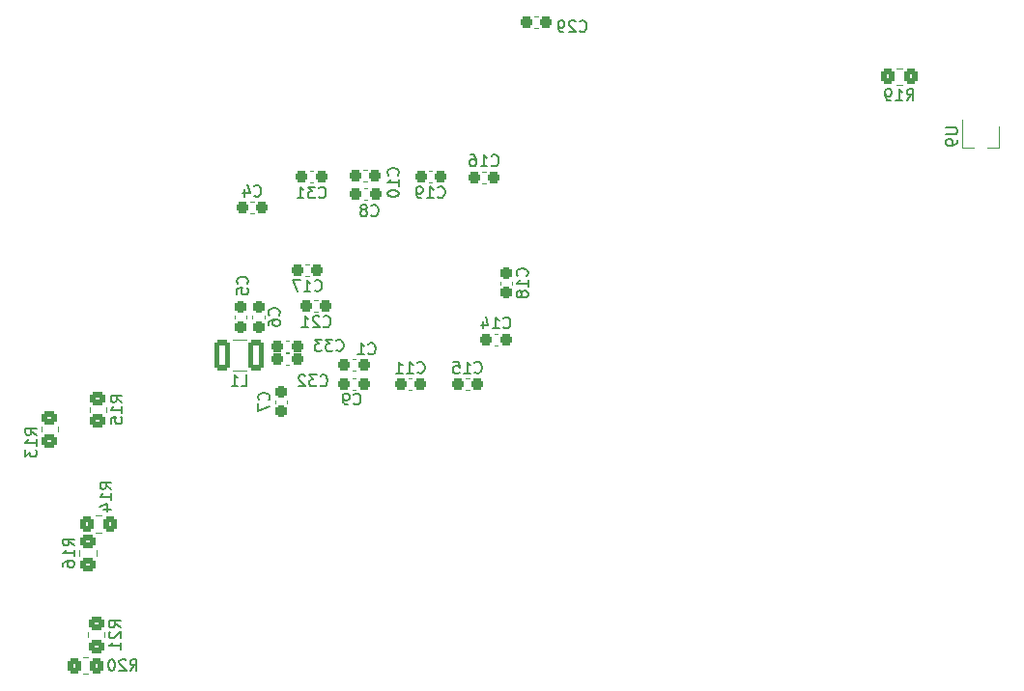
<source format=gbo>
G04 #@! TF.GenerationSoftware,KiCad,Pcbnew,(6.0.5)*
G04 #@! TF.CreationDate,2023-02-13T01:00:26-07:00*
G04 #@! TF.ProjectId,EVCU,45564355-2e6b-4696-9361-645f70636258,rev?*
G04 #@! TF.SameCoordinates,Original*
G04 #@! TF.FileFunction,Legend,Bot*
G04 #@! TF.FilePolarity,Positive*
%FSLAX46Y46*%
G04 Gerber Fmt 4.6, Leading zero omitted, Abs format (unit mm)*
G04 Created by KiCad (PCBNEW (6.0.5)) date 2023-02-13 01:00:26*
%MOMM*%
%LPD*%
G01*
G04 APERTURE LIST*
G04 Aperture macros list*
%AMRoundRect*
0 Rectangle with rounded corners*
0 $1 Rounding radius*
0 $2 $3 $4 $5 $6 $7 $8 $9 X,Y pos of 4 corners*
0 Add a 4 corners polygon primitive as box body*
4,1,4,$2,$3,$4,$5,$6,$7,$8,$9,$2,$3,0*
0 Add four circle primitives for the rounded corners*
1,1,$1+$1,$2,$3*
1,1,$1+$1,$4,$5*
1,1,$1+$1,$6,$7*
1,1,$1+$1,$8,$9*
0 Add four rect primitives between the rounded corners*
20,1,$1+$1,$2,$3,$4,$5,0*
20,1,$1+$1,$4,$5,$6,$7,0*
20,1,$1+$1,$6,$7,$8,$9,0*
20,1,$1+$1,$8,$9,$2,$3,0*%
G04 Aperture macros list end*
%ADD10C,0.150000*%
%ADD11C,0.120000*%
%ADD12C,4.000000*%
%ADD13R,2.400000X2.400000*%
%ADD14C,2.400000*%
%ADD15C,2.235200*%
%ADD16R,1.700000X1.700000*%
%ADD17O,1.700000X1.700000*%
%ADD18R,1.600000X1.600000*%
%ADD19C,1.600000*%
%ADD20RoundRect,0.237500X-0.300000X-0.237500X0.300000X-0.237500X0.300000X0.237500X-0.300000X0.237500X0*%
%ADD21RoundRect,0.250001X-0.462499X-1.074999X0.462499X-1.074999X0.462499X1.074999X-0.462499X1.074999X0*%
%ADD22RoundRect,0.237500X0.237500X-0.300000X0.237500X0.300000X-0.237500X0.300000X-0.237500X-0.300000X0*%
%ADD23RoundRect,0.237500X0.300000X0.237500X-0.300000X0.237500X-0.300000X-0.237500X0.300000X-0.237500X0*%
%ADD24RoundRect,0.250000X0.450000X-0.350000X0.450000X0.350000X-0.450000X0.350000X-0.450000X-0.350000X0*%
%ADD25RoundRect,0.250000X-0.450000X0.350000X-0.450000X-0.350000X0.450000X-0.350000X0.450000X0.350000X0*%
%ADD26RoundRect,0.250000X-0.350000X-0.450000X0.350000X-0.450000X0.350000X0.450000X-0.350000X0.450000X0*%
%ADD27RoundRect,0.237500X-0.237500X0.300000X-0.237500X-0.300000X0.237500X-0.300000X0.237500X0.300000X0*%
%ADD28R,0.800000X0.900000*%
%ADD29RoundRect,0.250000X0.350000X0.450000X-0.350000X0.450000X-0.350000X-0.450000X0.350000X-0.450000X0*%
G04 APERTURE END LIST*
D10*
X60459857Y-51748942D02*
X60507476Y-51796561D01*
X60650333Y-51844180D01*
X60745571Y-51844180D01*
X60888428Y-51796561D01*
X60983666Y-51701323D01*
X61031285Y-51606085D01*
X61078904Y-51415609D01*
X61078904Y-51272752D01*
X61031285Y-51082276D01*
X60983666Y-50987038D01*
X60888428Y-50891800D01*
X60745571Y-50844180D01*
X60650333Y-50844180D01*
X60507476Y-50891800D01*
X60459857Y-50939419D01*
X59507476Y-51844180D02*
X60078904Y-51844180D01*
X59793190Y-51844180D02*
X59793190Y-50844180D01*
X59888428Y-50987038D01*
X59983666Y-51082276D01*
X60078904Y-51129895D01*
X59031285Y-51844180D02*
X58840809Y-51844180D01*
X58745571Y-51796561D01*
X58697952Y-51748942D01*
X58602714Y-51606085D01*
X58555095Y-51415609D01*
X58555095Y-51034657D01*
X58602714Y-50939419D01*
X58650333Y-50891800D01*
X58745571Y-50844180D01*
X58936047Y-50844180D01*
X59031285Y-50891800D01*
X59078904Y-50939419D01*
X59126523Y-51034657D01*
X59126523Y-51272752D01*
X59078904Y-51367990D01*
X59031285Y-51415609D01*
X58936047Y-51463228D01*
X58745571Y-51463228D01*
X58650333Y-51415609D01*
X58602714Y-51367990D01*
X58555095Y-51272752D01*
X43219666Y-68340580D02*
X43695857Y-68340580D01*
X43695857Y-67340580D01*
X42362523Y-68340580D02*
X42933952Y-68340580D01*
X42648238Y-68340580D02*
X42648238Y-67340580D01*
X42743476Y-67483438D01*
X42838714Y-67578676D01*
X42933952Y-67626295D01*
X68258942Y-58666142D02*
X68306561Y-58618523D01*
X68354180Y-58475666D01*
X68354180Y-58380428D01*
X68306561Y-58237571D01*
X68211323Y-58142333D01*
X68116085Y-58094714D01*
X67925609Y-58047095D01*
X67782752Y-58047095D01*
X67592276Y-58094714D01*
X67497038Y-58142333D01*
X67401800Y-58237571D01*
X67354180Y-58380428D01*
X67354180Y-58475666D01*
X67401800Y-58618523D01*
X67449419Y-58666142D01*
X68354180Y-59618523D02*
X68354180Y-59047095D01*
X68354180Y-59332809D02*
X67354180Y-59332809D01*
X67497038Y-59237571D01*
X67592276Y-59142333D01*
X67639895Y-59047095D01*
X67782752Y-60189952D02*
X67735133Y-60094714D01*
X67687514Y-60047095D01*
X67592276Y-59999476D01*
X67544657Y-59999476D01*
X67449419Y-60047095D01*
X67401800Y-60094714D01*
X67354180Y-60189952D01*
X67354180Y-60380428D01*
X67401800Y-60475666D01*
X67449419Y-60523285D01*
X67544657Y-60570904D01*
X67592276Y-60570904D01*
X67687514Y-60523285D01*
X67735133Y-60475666D01*
X67782752Y-60380428D01*
X67782752Y-60189952D01*
X67830371Y-60094714D01*
X67877990Y-60047095D01*
X67973228Y-59999476D01*
X68163704Y-59999476D01*
X68258942Y-60047095D01*
X68306561Y-60094714D01*
X68354180Y-60189952D01*
X68354180Y-60380428D01*
X68306561Y-60475666D01*
X68258942Y-60523285D01*
X68163704Y-60570904D01*
X67973228Y-60570904D01*
X67877990Y-60523285D01*
X67830371Y-60475666D01*
X67782752Y-60380428D01*
X50020457Y-51774342D02*
X50068076Y-51821961D01*
X50210933Y-51869580D01*
X50306171Y-51869580D01*
X50449028Y-51821961D01*
X50544266Y-51726723D01*
X50591885Y-51631485D01*
X50639504Y-51441009D01*
X50639504Y-51298152D01*
X50591885Y-51107676D01*
X50544266Y-51012438D01*
X50449028Y-50917200D01*
X50306171Y-50869580D01*
X50210933Y-50869580D01*
X50068076Y-50917200D01*
X50020457Y-50964819D01*
X49687123Y-50869580D02*
X49068076Y-50869580D01*
X49401409Y-51250533D01*
X49258552Y-51250533D01*
X49163314Y-51298152D01*
X49115695Y-51345771D01*
X49068076Y-51441009D01*
X49068076Y-51679104D01*
X49115695Y-51774342D01*
X49163314Y-51821961D01*
X49258552Y-51869580D01*
X49544266Y-51869580D01*
X49639504Y-51821961D01*
X49687123Y-51774342D01*
X48115695Y-51869580D02*
X48687123Y-51869580D01*
X48401409Y-51869580D02*
X48401409Y-50869580D01*
X48496647Y-51012438D01*
X48591885Y-51107676D01*
X48687123Y-51155295D01*
X54624266Y-53366942D02*
X54671885Y-53414561D01*
X54814742Y-53462180D01*
X54909980Y-53462180D01*
X55052838Y-53414561D01*
X55148076Y-53319323D01*
X55195695Y-53224085D01*
X55243314Y-53033609D01*
X55243314Y-52890752D01*
X55195695Y-52700276D01*
X55148076Y-52605038D01*
X55052838Y-52509800D01*
X54909980Y-52462180D01*
X54814742Y-52462180D01*
X54671885Y-52509800D01*
X54624266Y-52557419D01*
X54052838Y-52890752D02*
X54148076Y-52843133D01*
X54195695Y-52795514D01*
X54243314Y-52700276D01*
X54243314Y-52652657D01*
X54195695Y-52557419D01*
X54148076Y-52509800D01*
X54052838Y-52462180D01*
X53862361Y-52462180D01*
X53767123Y-52509800D01*
X53719504Y-52557419D01*
X53671885Y-52652657D01*
X53671885Y-52700276D01*
X53719504Y-52795514D01*
X53767123Y-52843133D01*
X53862361Y-52890752D01*
X54052838Y-52890752D01*
X54148076Y-52938371D01*
X54195695Y-52985990D01*
X54243314Y-53081228D01*
X54243314Y-53271704D01*
X54195695Y-53366942D01*
X54148076Y-53414561D01*
X54052838Y-53462180D01*
X53862361Y-53462180D01*
X53767123Y-53414561D01*
X53719504Y-53366942D01*
X53671885Y-53271704D01*
X53671885Y-53081228D01*
X53719504Y-52985990D01*
X53767123Y-52938371D01*
X53862361Y-52890752D01*
X63685657Y-67126142D02*
X63733276Y-67173761D01*
X63876133Y-67221380D01*
X63971371Y-67221380D01*
X64114228Y-67173761D01*
X64209466Y-67078523D01*
X64257085Y-66983285D01*
X64304704Y-66792809D01*
X64304704Y-66649952D01*
X64257085Y-66459476D01*
X64209466Y-66364238D01*
X64114228Y-66269000D01*
X63971371Y-66221380D01*
X63876133Y-66221380D01*
X63733276Y-66269000D01*
X63685657Y-66316619D01*
X62733276Y-67221380D02*
X63304704Y-67221380D01*
X63018990Y-67221380D02*
X63018990Y-66221380D01*
X63114228Y-66364238D01*
X63209466Y-66459476D01*
X63304704Y-66507095D01*
X61828514Y-66221380D02*
X62304704Y-66221380D01*
X62352323Y-66697571D01*
X62304704Y-66649952D01*
X62209466Y-66602333D01*
X61971371Y-66602333D01*
X61876133Y-66649952D01*
X61828514Y-66697571D01*
X61780895Y-66792809D01*
X61780895Y-67030904D01*
X61828514Y-67126142D01*
X61876133Y-67173761D01*
X61971371Y-67221380D01*
X62209466Y-67221380D01*
X62304704Y-67173761D01*
X62352323Y-67126142D01*
X32776180Y-69765942D02*
X32299990Y-69432609D01*
X32776180Y-69194514D02*
X31776180Y-69194514D01*
X31776180Y-69575466D01*
X31823800Y-69670704D01*
X31871419Y-69718323D01*
X31966657Y-69765942D01*
X32109514Y-69765942D01*
X32204752Y-69718323D01*
X32252371Y-69670704D01*
X32299990Y-69575466D01*
X32299990Y-69194514D01*
X32776180Y-70718323D02*
X32776180Y-70146895D01*
X32776180Y-70432609D02*
X31776180Y-70432609D01*
X31919038Y-70337371D01*
X32014276Y-70242133D01*
X32061895Y-70146895D01*
X31776180Y-71623085D02*
X31776180Y-71146895D01*
X32252371Y-71099276D01*
X32204752Y-71146895D01*
X32157133Y-71242133D01*
X32157133Y-71480228D01*
X32204752Y-71575466D01*
X32252371Y-71623085D01*
X32347609Y-71670704D01*
X32585704Y-71670704D01*
X32680942Y-71623085D01*
X32728561Y-71575466D01*
X32776180Y-71480228D01*
X32776180Y-71242133D01*
X32728561Y-71146895D01*
X32680942Y-71099276D01*
X53074866Y-69902342D02*
X53122485Y-69949961D01*
X53265342Y-69997580D01*
X53360580Y-69997580D01*
X53503438Y-69949961D01*
X53598676Y-69854723D01*
X53646295Y-69759485D01*
X53693914Y-69569009D01*
X53693914Y-69426152D01*
X53646295Y-69235676D01*
X53598676Y-69140438D01*
X53503438Y-69045200D01*
X53360580Y-68997580D01*
X53265342Y-68997580D01*
X53122485Y-69045200D01*
X53074866Y-69092819D01*
X52598676Y-69997580D02*
X52408200Y-69997580D01*
X52312961Y-69949961D01*
X52265342Y-69902342D01*
X52170104Y-69759485D01*
X52122485Y-69569009D01*
X52122485Y-69188057D01*
X52170104Y-69092819D01*
X52217723Y-69045200D01*
X52312961Y-68997580D01*
X52503438Y-68997580D01*
X52598676Y-69045200D01*
X52646295Y-69092819D01*
X52693914Y-69188057D01*
X52693914Y-69426152D01*
X52646295Y-69521390D01*
X52598676Y-69569009D01*
X52503438Y-69616628D01*
X52312961Y-69616628D01*
X52217723Y-69569009D01*
X52170104Y-69521390D01*
X52122485Y-69426152D01*
X28587180Y-82338942D02*
X28110990Y-82005609D01*
X28587180Y-81767514D02*
X27587180Y-81767514D01*
X27587180Y-82148466D01*
X27634800Y-82243704D01*
X27682419Y-82291323D01*
X27777657Y-82338942D01*
X27920514Y-82338942D01*
X28015752Y-82291323D01*
X28063371Y-82243704D01*
X28110990Y-82148466D01*
X28110990Y-81767514D01*
X28587180Y-83291323D02*
X28587180Y-82719895D01*
X28587180Y-83005609D02*
X27587180Y-83005609D01*
X27730038Y-82910371D01*
X27825276Y-82815133D01*
X27872895Y-82719895D01*
X27587180Y-84148466D02*
X27587180Y-83957990D01*
X27634800Y-83862752D01*
X27682419Y-83815133D01*
X27825276Y-83719895D01*
X28015752Y-83672276D01*
X28396704Y-83672276D01*
X28491942Y-83719895D01*
X28539561Y-83767514D01*
X28587180Y-83862752D01*
X28587180Y-84053228D01*
X28539561Y-84148466D01*
X28491942Y-84196085D01*
X28396704Y-84243704D01*
X28158609Y-84243704D01*
X28063371Y-84196085D01*
X28015752Y-84148466D01*
X27968133Y-84053228D01*
X27968133Y-83862752D01*
X28015752Y-83767514D01*
X28063371Y-83719895D01*
X28158609Y-83672276D01*
X54370266Y-65482742D02*
X54417885Y-65530361D01*
X54560742Y-65577980D01*
X54655980Y-65577980D01*
X54798838Y-65530361D01*
X54894076Y-65435123D01*
X54941695Y-65339885D01*
X54989314Y-65149409D01*
X54989314Y-65006552D01*
X54941695Y-64816076D01*
X54894076Y-64720838D01*
X54798838Y-64625600D01*
X54655980Y-64577980D01*
X54560742Y-64577980D01*
X54417885Y-64625600D01*
X54370266Y-64673219D01*
X53417885Y-65577980D02*
X53989314Y-65577980D01*
X53703600Y-65577980D02*
X53703600Y-64577980D01*
X53798838Y-64720838D01*
X53894076Y-64816076D01*
X53989314Y-64863695D01*
X58681857Y-67126142D02*
X58729476Y-67173761D01*
X58872333Y-67221380D01*
X58967571Y-67221380D01*
X59110428Y-67173761D01*
X59205666Y-67078523D01*
X59253285Y-66983285D01*
X59300904Y-66792809D01*
X59300904Y-66649952D01*
X59253285Y-66459476D01*
X59205666Y-66364238D01*
X59110428Y-66269000D01*
X58967571Y-66221380D01*
X58872333Y-66221380D01*
X58729476Y-66269000D01*
X58681857Y-66316619D01*
X57729476Y-67221380D02*
X58300904Y-67221380D01*
X58015190Y-67221380D02*
X58015190Y-66221380D01*
X58110428Y-66364238D01*
X58205666Y-66459476D01*
X58300904Y-66507095D01*
X56777095Y-67221380D02*
X57348523Y-67221380D01*
X57062809Y-67221380D02*
X57062809Y-66221380D01*
X57158047Y-66364238D01*
X57253285Y-66459476D01*
X57348523Y-66507095D01*
X32623780Y-89527142D02*
X32147590Y-89193809D01*
X32623780Y-88955714D02*
X31623780Y-88955714D01*
X31623780Y-89336666D01*
X31671400Y-89431904D01*
X31719019Y-89479523D01*
X31814257Y-89527142D01*
X31957114Y-89527142D01*
X32052352Y-89479523D01*
X32099971Y-89431904D01*
X32147590Y-89336666D01*
X32147590Y-88955714D01*
X31719019Y-89908095D02*
X31671400Y-89955714D01*
X31623780Y-90050952D01*
X31623780Y-90289047D01*
X31671400Y-90384285D01*
X31719019Y-90431904D01*
X31814257Y-90479523D01*
X31909495Y-90479523D01*
X32052352Y-90431904D01*
X32623780Y-89860476D01*
X32623780Y-90479523D01*
X32623780Y-91431904D02*
X32623780Y-90860476D01*
X32623780Y-91146190D02*
X31623780Y-91146190D01*
X31766638Y-91050952D01*
X31861876Y-90955714D01*
X31909495Y-90860476D01*
X56948342Y-49852342D02*
X56995961Y-49804723D01*
X57043580Y-49661866D01*
X57043580Y-49566628D01*
X56995961Y-49423771D01*
X56900723Y-49328533D01*
X56805485Y-49280914D01*
X56615009Y-49233295D01*
X56472152Y-49233295D01*
X56281676Y-49280914D01*
X56186438Y-49328533D01*
X56091200Y-49423771D01*
X56043580Y-49566628D01*
X56043580Y-49661866D01*
X56091200Y-49804723D01*
X56138819Y-49852342D01*
X57043580Y-50804723D02*
X57043580Y-50233295D01*
X57043580Y-50519009D02*
X56043580Y-50519009D01*
X56186438Y-50423771D01*
X56281676Y-50328533D01*
X56329295Y-50233295D01*
X56043580Y-51423771D02*
X56043580Y-51519009D01*
X56091200Y-51614247D01*
X56138819Y-51661866D01*
X56234057Y-51709485D01*
X56424533Y-51757104D01*
X56662628Y-51757104D01*
X56853104Y-51709485D01*
X56948342Y-51661866D01*
X56995961Y-51614247D01*
X57043580Y-51519009D01*
X57043580Y-51423771D01*
X56995961Y-51328533D01*
X56948342Y-51280914D01*
X56853104Y-51233295D01*
X56662628Y-51185676D01*
X56424533Y-51185676D01*
X56234057Y-51233295D01*
X56138819Y-51280914D01*
X56091200Y-51328533D01*
X56043580Y-51423771D01*
X66200257Y-63214542D02*
X66247876Y-63262161D01*
X66390733Y-63309780D01*
X66485971Y-63309780D01*
X66628828Y-63262161D01*
X66724066Y-63166923D01*
X66771685Y-63071685D01*
X66819304Y-62881209D01*
X66819304Y-62738352D01*
X66771685Y-62547876D01*
X66724066Y-62452638D01*
X66628828Y-62357400D01*
X66485971Y-62309780D01*
X66390733Y-62309780D01*
X66247876Y-62357400D01*
X66200257Y-62405019D01*
X65247876Y-63309780D02*
X65819304Y-63309780D01*
X65533590Y-63309780D02*
X65533590Y-62309780D01*
X65628828Y-62452638D01*
X65724066Y-62547876D01*
X65819304Y-62595495D01*
X64390733Y-62643114D02*
X64390733Y-63309780D01*
X64628828Y-62262161D02*
X64866923Y-62976447D01*
X64247876Y-62976447D01*
X101546857Y-43292680D02*
X101880190Y-42816490D01*
X102118285Y-43292680D02*
X102118285Y-42292680D01*
X101737333Y-42292680D01*
X101642095Y-42340300D01*
X101594476Y-42387919D01*
X101546857Y-42483157D01*
X101546857Y-42626014D01*
X101594476Y-42721252D01*
X101642095Y-42768871D01*
X101737333Y-42816490D01*
X102118285Y-42816490D01*
X100594476Y-43292680D02*
X101165904Y-43292680D01*
X100880190Y-43292680D02*
X100880190Y-42292680D01*
X100975428Y-42435538D01*
X101070666Y-42530776D01*
X101165904Y-42578395D01*
X100118285Y-43292680D02*
X99927809Y-43292680D01*
X99832571Y-43245061D01*
X99784952Y-43197442D01*
X99689714Y-43054585D01*
X99642095Y-42864109D01*
X99642095Y-42483157D01*
X99689714Y-42387919D01*
X99737333Y-42340300D01*
X99832571Y-42292680D01*
X100023047Y-42292680D01*
X100118285Y-42340300D01*
X100165904Y-42387919D01*
X100213523Y-42483157D01*
X100213523Y-42721252D01*
X100165904Y-42816490D01*
X100118285Y-42864109D01*
X100023047Y-42911728D01*
X99832571Y-42911728D01*
X99737333Y-42864109D01*
X99689714Y-42816490D01*
X99642095Y-42721252D01*
X72880457Y-37187142D02*
X72928076Y-37234761D01*
X73070933Y-37282380D01*
X73166171Y-37282380D01*
X73309028Y-37234761D01*
X73404266Y-37139523D01*
X73451885Y-37044285D01*
X73499504Y-36853809D01*
X73499504Y-36710952D01*
X73451885Y-36520476D01*
X73404266Y-36425238D01*
X73309028Y-36330000D01*
X73166171Y-36282380D01*
X73070933Y-36282380D01*
X72928076Y-36330000D01*
X72880457Y-36377619D01*
X72499504Y-36377619D02*
X72451885Y-36330000D01*
X72356647Y-36282380D01*
X72118552Y-36282380D01*
X72023314Y-36330000D01*
X71975695Y-36377619D01*
X71928076Y-36472857D01*
X71928076Y-36568095D01*
X71975695Y-36710952D01*
X72547123Y-37282380D01*
X71928076Y-37282380D01*
X71451885Y-37282380D02*
X71261409Y-37282380D01*
X71166171Y-37234761D01*
X71118552Y-37187142D01*
X71023314Y-37044285D01*
X70975695Y-36853809D01*
X70975695Y-36472857D01*
X71023314Y-36377619D01*
X71070933Y-36330000D01*
X71166171Y-36282380D01*
X71356647Y-36282380D01*
X71451885Y-36330000D01*
X71499504Y-36377619D01*
X71547123Y-36472857D01*
X71547123Y-36710952D01*
X71499504Y-36806190D01*
X71451885Y-36853809D01*
X71356647Y-36901428D01*
X71166171Y-36901428D01*
X71070933Y-36853809D01*
X71023314Y-36806190D01*
X70975695Y-36710952D01*
X51569857Y-65177942D02*
X51617476Y-65225561D01*
X51760333Y-65273180D01*
X51855571Y-65273180D01*
X51998428Y-65225561D01*
X52093666Y-65130323D01*
X52141285Y-65035085D01*
X52188904Y-64844609D01*
X52188904Y-64701752D01*
X52141285Y-64511276D01*
X52093666Y-64416038D01*
X51998428Y-64320800D01*
X51855571Y-64273180D01*
X51760333Y-64273180D01*
X51617476Y-64320800D01*
X51569857Y-64368419D01*
X51236523Y-64273180D02*
X50617476Y-64273180D01*
X50950809Y-64654133D01*
X50807952Y-64654133D01*
X50712714Y-64701752D01*
X50665095Y-64749371D01*
X50617476Y-64844609D01*
X50617476Y-65082704D01*
X50665095Y-65177942D01*
X50712714Y-65225561D01*
X50807952Y-65273180D01*
X51093666Y-65273180D01*
X51188904Y-65225561D01*
X51236523Y-65177942D01*
X50284142Y-64273180D02*
X49665095Y-64273180D01*
X49998428Y-64654133D01*
X49855571Y-64654133D01*
X49760333Y-64701752D01*
X49712714Y-64749371D01*
X49665095Y-64844609D01*
X49665095Y-65082704D01*
X49712714Y-65177942D01*
X49760333Y-65225561D01*
X49855571Y-65273180D01*
X50141285Y-65273180D01*
X50236523Y-65225561D01*
X50284142Y-65177942D01*
X49664857Y-59953142D02*
X49712476Y-60000761D01*
X49855333Y-60048380D01*
X49950571Y-60048380D01*
X50093428Y-60000761D01*
X50188666Y-59905523D01*
X50236285Y-59810285D01*
X50283904Y-59619809D01*
X50283904Y-59476952D01*
X50236285Y-59286476D01*
X50188666Y-59191238D01*
X50093428Y-59096000D01*
X49950571Y-59048380D01*
X49855333Y-59048380D01*
X49712476Y-59096000D01*
X49664857Y-59143619D01*
X48712476Y-60048380D02*
X49283904Y-60048380D01*
X48998190Y-60048380D02*
X48998190Y-59048380D01*
X49093428Y-59191238D01*
X49188666Y-59286476D01*
X49283904Y-59334095D01*
X48379142Y-59048380D02*
X47712476Y-59048380D01*
X48141047Y-60048380D01*
X31846780Y-77385942D02*
X31370590Y-77052609D01*
X31846780Y-76814514D02*
X30846780Y-76814514D01*
X30846780Y-77195466D01*
X30894400Y-77290704D01*
X30942019Y-77338323D01*
X31037257Y-77385942D01*
X31180114Y-77385942D01*
X31275352Y-77338323D01*
X31322971Y-77290704D01*
X31370590Y-77195466D01*
X31370590Y-76814514D01*
X31846780Y-78338323D02*
X31846780Y-77766895D01*
X31846780Y-78052609D02*
X30846780Y-78052609D01*
X30989638Y-77957371D01*
X31084876Y-77862133D01*
X31132495Y-77766895D01*
X31180114Y-79195466D02*
X31846780Y-79195466D01*
X30799161Y-78957371D02*
X31513447Y-78719276D01*
X31513447Y-79338323D01*
X50426857Y-63102742D02*
X50474476Y-63150361D01*
X50617333Y-63197980D01*
X50712571Y-63197980D01*
X50855428Y-63150361D01*
X50950666Y-63055123D01*
X50998285Y-62959885D01*
X51045904Y-62769409D01*
X51045904Y-62626552D01*
X50998285Y-62436076D01*
X50950666Y-62340838D01*
X50855428Y-62245600D01*
X50712571Y-62197980D01*
X50617333Y-62197980D01*
X50474476Y-62245600D01*
X50426857Y-62293219D01*
X50045904Y-62293219D02*
X49998285Y-62245600D01*
X49903047Y-62197980D01*
X49664952Y-62197980D01*
X49569714Y-62245600D01*
X49522095Y-62293219D01*
X49474476Y-62388457D01*
X49474476Y-62483695D01*
X49522095Y-62626552D01*
X50093523Y-63197980D01*
X49474476Y-63197980D01*
X48522095Y-63197980D02*
X49093523Y-63197980D01*
X48807809Y-63197980D02*
X48807809Y-62197980D01*
X48903047Y-62340838D01*
X48998285Y-62436076D01*
X49093523Y-62483695D01*
X43740342Y-59370933D02*
X43787961Y-59323314D01*
X43835580Y-59180457D01*
X43835580Y-59085219D01*
X43787961Y-58942361D01*
X43692723Y-58847123D01*
X43597485Y-58799504D01*
X43407009Y-58751885D01*
X43264152Y-58751885D01*
X43073676Y-58799504D01*
X42978438Y-58847123D01*
X42883200Y-58942361D01*
X42835580Y-59085219D01*
X42835580Y-59180457D01*
X42883200Y-59323314D01*
X42930819Y-59370933D01*
X42835580Y-60275695D02*
X42835580Y-59799504D01*
X43311771Y-59751885D01*
X43264152Y-59799504D01*
X43216533Y-59894742D01*
X43216533Y-60132838D01*
X43264152Y-60228076D01*
X43311771Y-60275695D01*
X43407009Y-60323314D01*
X43645104Y-60323314D01*
X43740342Y-60275695D01*
X43787961Y-60228076D01*
X43835580Y-60132838D01*
X43835580Y-59894742D01*
X43787961Y-59799504D01*
X43740342Y-59751885D01*
X44362666Y-51632142D02*
X44410285Y-51679761D01*
X44553142Y-51727380D01*
X44648380Y-51727380D01*
X44791238Y-51679761D01*
X44886476Y-51584523D01*
X44934095Y-51489285D01*
X44981714Y-51298809D01*
X44981714Y-51155952D01*
X44934095Y-50965476D01*
X44886476Y-50870238D01*
X44791238Y-50775000D01*
X44648380Y-50727380D01*
X44553142Y-50727380D01*
X44410285Y-50775000D01*
X44362666Y-50822619D01*
X43505523Y-51060714D02*
X43505523Y-51727380D01*
X43743619Y-50679761D02*
X43981714Y-51394047D01*
X43362666Y-51394047D01*
X50147457Y-68276742D02*
X50195076Y-68324361D01*
X50337933Y-68371980D01*
X50433171Y-68371980D01*
X50576028Y-68324361D01*
X50671266Y-68229123D01*
X50718885Y-68133885D01*
X50766504Y-67943409D01*
X50766504Y-67800552D01*
X50718885Y-67610076D01*
X50671266Y-67514838D01*
X50576028Y-67419600D01*
X50433171Y-67371980D01*
X50337933Y-67371980D01*
X50195076Y-67419600D01*
X50147457Y-67467219D01*
X49814123Y-67371980D02*
X49195076Y-67371980D01*
X49528409Y-67752933D01*
X49385552Y-67752933D01*
X49290314Y-67800552D01*
X49242695Y-67848171D01*
X49195076Y-67943409D01*
X49195076Y-68181504D01*
X49242695Y-68276742D01*
X49290314Y-68324361D01*
X49385552Y-68371980D01*
X49671266Y-68371980D01*
X49766504Y-68324361D01*
X49814123Y-68276742D01*
X48814123Y-67467219D02*
X48766504Y-67419600D01*
X48671266Y-67371980D01*
X48433171Y-67371980D01*
X48337933Y-67419600D01*
X48290314Y-67467219D01*
X48242695Y-67562457D01*
X48242695Y-67657695D01*
X48290314Y-67800552D01*
X48861742Y-68371980D01*
X48242695Y-68371980D01*
X45612342Y-69556333D02*
X45659961Y-69508714D01*
X45707580Y-69365857D01*
X45707580Y-69270619D01*
X45659961Y-69127761D01*
X45564723Y-69032523D01*
X45469485Y-68984904D01*
X45279009Y-68937285D01*
X45136152Y-68937285D01*
X44945676Y-68984904D01*
X44850438Y-69032523D01*
X44755200Y-69127761D01*
X44707580Y-69270619D01*
X44707580Y-69365857D01*
X44755200Y-69508714D01*
X44802819Y-69556333D01*
X44707580Y-69889666D02*
X44707580Y-70556333D01*
X45707580Y-70127761D01*
X46516542Y-62140633D02*
X46564161Y-62093014D01*
X46611780Y-61950157D01*
X46611780Y-61854919D01*
X46564161Y-61712061D01*
X46468923Y-61616823D01*
X46373685Y-61569204D01*
X46183209Y-61521585D01*
X46040352Y-61521585D01*
X45849876Y-61569204D01*
X45754638Y-61616823D01*
X45659400Y-61712061D01*
X45611780Y-61854919D01*
X45611780Y-61950157D01*
X45659400Y-62093014D01*
X45707019Y-62140633D01*
X45611780Y-62997776D02*
X45611780Y-62807300D01*
X45659400Y-62712061D01*
X45707019Y-62664442D01*
X45849876Y-62569204D01*
X46040352Y-62521585D01*
X46421304Y-62521585D01*
X46516542Y-62569204D01*
X46564161Y-62616823D01*
X46611780Y-62712061D01*
X46611780Y-62902538D01*
X46564161Y-62997776D01*
X46516542Y-63045395D01*
X46421304Y-63093014D01*
X46183209Y-63093014D01*
X46087971Y-63045395D01*
X46040352Y-62997776D01*
X45992733Y-62902538D01*
X45992733Y-62712061D01*
X46040352Y-62616823D01*
X46087971Y-62569204D01*
X46183209Y-62521585D01*
X104968380Y-45686195D02*
X105777904Y-45686195D01*
X105873142Y-45733814D01*
X105920761Y-45781433D01*
X105968380Y-45876671D01*
X105968380Y-46067147D01*
X105920761Y-46162385D01*
X105873142Y-46210004D01*
X105777904Y-46257623D01*
X104968380Y-46257623D01*
X105968380Y-46781433D02*
X105968380Y-46971909D01*
X105920761Y-47067147D01*
X105873142Y-47114766D01*
X105730285Y-47210004D01*
X105539809Y-47257623D01*
X105158857Y-47257623D01*
X105063619Y-47210004D01*
X105016000Y-47162385D01*
X104968380Y-47067147D01*
X104968380Y-46876671D01*
X105016000Y-46781433D01*
X105063619Y-46733814D01*
X105158857Y-46686195D01*
X105396952Y-46686195D01*
X105492190Y-46733814D01*
X105539809Y-46781433D01*
X105587428Y-46876671D01*
X105587428Y-47067147D01*
X105539809Y-47162385D01*
X105492190Y-47210004D01*
X105396952Y-47257623D01*
X25293580Y-72636142D02*
X24817390Y-72302809D01*
X25293580Y-72064714D02*
X24293580Y-72064714D01*
X24293580Y-72445666D01*
X24341200Y-72540904D01*
X24388819Y-72588523D01*
X24484057Y-72636142D01*
X24626914Y-72636142D01*
X24722152Y-72588523D01*
X24769771Y-72540904D01*
X24817390Y-72445666D01*
X24817390Y-72064714D01*
X25293580Y-73588523D02*
X25293580Y-73017095D01*
X25293580Y-73302809D02*
X24293580Y-73302809D01*
X24436438Y-73207571D01*
X24531676Y-73112333D01*
X24579295Y-73017095D01*
X24293580Y-73921857D02*
X24293580Y-74540904D01*
X24674533Y-74207571D01*
X24674533Y-74350428D01*
X24722152Y-74445666D01*
X24769771Y-74493285D01*
X24865009Y-74540904D01*
X25103104Y-74540904D01*
X25198342Y-74493285D01*
X25245961Y-74445666D01*
X25293580Y-74350428D01*
X25293580Y-74064714D01*
X25245961Y-73969476D01*
X25198342Y-73921857D01*
X65158857Y-48965142D02*
X65206476Y-49012761D01*
X65349333Y-49060380D01*
X65444571Y-49060380D01*
X65587428Y-49012761D01*
X65682666Y-48917523D01*
X65730285Y-48822285D01*
X65777904Y-48631809D01*
X65777904Y-48488952D01*
X65730285Y-48298476D01*
X65682666Y-48203238D01*
X65587428Y-48108000D01*
X65444571Y-48060380D01*
X65349333Y-48060380D01*
X65206476Y-48108000D01*
X65158857Y-48155619D01*
X64206476Y-49060380D02*
X64777904Y-49060380D01*
X64492190Y-49060380D02*
X64492190Y-48060380D01*
X64587428Y-48203238D01*
X64682666Y-48298476D01*
X64777904Y-48346095D01*
X63349333Y-48060380D02*
X63539809Y-48060380D01*
X63635047Y-48108000D01*
X63682666Y-48155619D01*
X63777904Y-48298476D01*
X63825523Y-48488952D01*
X63825523Y-48869904D01*
X63777904Y-48965142D01*
X63730285Y-49012761D01*
X63635047Y-49060380D01*
X63444571Y-49060380D01*
X63349333Y-49012761D01*
X63301714Y-48965142D01*
X63254095Y-48869904D01*
X63254095Y-48631809D01*
X63301714Y-48536571D01*
X63349333Y-48488952D01*
X63444571Y-48441333D01*
X63635047Y-48441333D01*
X63730285Y-48488952D01*
X63777904Y-48536571D01*
X63825523Y-48631809D01*
X33485057Y-93314780D02*
X33818390Y-92838590D01*
X34056485Y-93314780D02*
X34056485Y-92314780D01*
X33675533Y-92314780D01*
X33580295Y-92362400D01*
X33532676Y-92410019D01*
X33485057Y-92505257D01*
X33485057Y-92648114D01*
X33532676Y-92743352D01*
X33580295Y-92790971D01*
X33675533Y-92838590D01*
X34056485Y-92838590D01*
X33104104Y-92410019D02*
X33056485Y-92362400D01*
X32961247Y-92314780D01*
X32723152Y-92314780D01*
X32627914Y-92362400D01*
X32580295Y-92410019D01*
X32532676Y-92505257D01*
X32532676Y-92600495D01*
X32580295Y-92743352D01*
X33151723Y-93314780D01*
X32532676Y-93314780D01*
X31913628Y-92314780D02*
X31818390Y-92314780D01*
X31723152Y-92362400D01*
X31675533Y-92410019D01*
X31627914Y-92505257D01*
X31580295Y-92695733D01*
X31580295Y-92933828D01*
X31627914Y-93124304D01*
X31675533Y-93219542D01*
X31723152Y-93267161D01*
X31818390Y-93314780D01*
X31913628Y-93314780D01*
X32008866Y-93267161D01*
X32056485Y-93219542D01*
X32104104Y-93124304D01*
X32151723Y-92933828D01*
X32151723Y-92695733D01*
X32104104Y-92505257D01*
X32056485Y-92410019D01*
X32008866Y-92362400D01*
X31913628Y-92314780D01*
D11*
X59670733Y-49451800D02*
X59963267Y-49451800D01*
X59670733Y-50471800D02*
X59963267Y-50471800D01*
X42450936Y-64248200D02*
X43655064Y-64248200D01*
X42450936Y-66968200D02*
X43655064Y-66968200D01*
X65961800Y-59455267D02*
X65961800Y-59162733D01*
X66981800Y-59455267D02*
X66981800Y-59162733D01*
X49231333Y-50497200D02*
X49523867Y-50497200D01*
X49231333Y-49477200D02*
X49523867Y-49477200D01*
X54273667Y-50950400D02*
X53981133Y-50950400D01*
X54273667Y-51970400D02*
X53981133Y-51970400D01*
X63189067Y-68709000D02*
X62896533Y-68709000D01*
X63189067Y-67689000D02*
X62896533Y-67689000D01*
X31408800Y-70635864D02*
X31408800Y-70181736D01*
X29938800Y-70635864D02*
X29938800Y-70181736D01*
X53257667Y-68683600D02*
X52965133Y-68683600D01*
X53257667Y-67663600D02*
X52965133Y-67663600D01*
X30519800Y-82754736D02*
X30519800Y-83208864D01*
X29049800Y-82754736D02*
X29049800Y-83208864D01*
X53257667Y-67007200D02*
X52965133Y-67007200D01*
X53257667Y-65987200D02*
X52965133Y-65987200D01*
X58185267Y-67689000D02*
X57892733Y-67689000D01*
X58185267Y-68709000D02*
X57892733Y-68709000D01*
X31256400Y-90397064D02*
X31256400Y-89942936D01*
X29786400Y-90397064D02*
X29786400Y-89942936D01*
X54248267Y-49375600D02*
X53955733Y-49375600D01*
X54248267Y-50395600D02*
X53955733Y-50395600D01*
X65703667Y-63777400D02*
X65411133Y-63777400D01*
X65703667Y-64797400D02*
X65411133Y-64797400D01*
X100676936Y-40455300D02*
X101131064Y-40455300D01*
X100676936Y-41925300D02*
X101131064Y-41925300D01*
X69234267Y-36959000D02*
X68941733Y-36959000D01*
X69234267Y-35939000D02*
X68941733Y-35939000D01*
X47123133Y-65356200D02*
X47415667Y-65356200D01*
X47123133Y-64336200D02*
X47415667Y-64336200D01*
X48875733Y-58676000D02*
X49168267Y-58676000D01*
X48875733Y-57656000D02*
X49168267Y-57656000D01*
X30497536Y-79706800D02*
X30951664Y-79706800D01*
X30497536Y-81176800D02*
X30951664Y-81176800D01*
X49637733Y-61825600D02*
X49930267Y-61825600D01*
X49637733Y-60805600D02*
X49930267Y-60805600D01*
X42644600Y-62453567D02*
X42644600Y-62161033D01*
X43664600Y-62453567D02*
X43664600Y-62161033D01*
X44342267Y-53215000D02*
X44049733Y-53215000D01*
X44342267Y-52195000D02*
X44049733Y-52195000D01*
X47123133Y-65479200D02*
X47415667Y-65479200D01*
X47123133Y-66499200D02*
X47415667Y-66499200D01*
X46175200Y-69576733D02*
X46175200Y-69869267D01*
X47195200Y-69576733D02*
X47195200Y-69869267D01*
X44219400Y-62453567D02*
X44219400Y-62161033D01*
X45239400Y-62453567D02*
X45239400Y-62161033D01*
X109666000Y-47398100D02*
X108616000Y-47398100D01*
X109666000Y-45598100D02*
X109666000Y-47398100D01*
X106366000Y-44998100D02*
X106366000Y-47398100D01*
X106366000Y-47398100D02*
X107416000Y-47398100D01*
X27151000Y-72363064D02*
X27151000Y-71908936D01*
X25681000Y-72363064D02*
X25681000Y-71908936D01*
X64662267Y-49528000D02*
X64369733Y-49528000D01*
X64662267Y-50548000D02*
X64369733Y-50548000D01*
X29808664Y-93597400D02*
X29354536Y-93597400D01*
X29808664Y-92127400D02*
X29354536Y-92127400D01*
%LPC*%
D12*
X132080000Y-25400000D03*
X15240000Y-106680000D03*
D13*
X82070000Y-100900000D03*
D14*
X85570000Y-100900000D03*
D15*
X70132608Y-102993656D03*
X70132608Y-99691656D03*
X56670608Y-102993656D03*
X56670608Y-99691656D03*
D13*
X104620000Y-29656000D03*
D14*
X101120000Y-29656000D03*
D16*
X90551000Y-61188600D03*
D17*
X90551000Y-63728600D03*
X90551000Y-66268600D03*
X90551000Y-68808600D03*
X90551000Y-71348600D03*
X90551000Y-73888600D03*
D16*
X18796000Y-90170000D03*
D17*
X18796000Y-87630000D03*
X18796000Y-85090000D03*
X18796000Y-82550000D03*
X18796000Y-80010000D03*
X18796000Y-77470000D03*
D12*
X116162500Y-59116900D03*
X116162500Y-34116900D03*
D18*
X114742500Y-52156900D03*
D19*
X114742500Y-49386900D03*
X114742500Y-46616900D03*
X114742500Y-43846900D03*
X114742500Y-41076900D03*
X117582500Y-50771900D03*
X117582500Y-48001900D03*
X117582500Y-45231900D03*
X117582500Y-42461900D03*
D12*
X132080000Y-106680000D03*
X15240000Y-25400000D03*
D20*
X58954500Y-49961800D03*
X60679500Y-49961800D03*
D21*
X41565500Y-65608200D03*
X44540500Y-65608200D03*
D22*
X66471800Y-60171500D03*
X66471800Y-58446500D03*
D20*
X48515100Y-49987200D03*
X50240100Y-49987200D03*
D23*
X54989900Y-51460400D03*
X53264900Y-51460400D03*
X63905300Y-68199000D03*
X62180300Y-68199000D03*
D24*
X30673800Y-71408800D03*
X30673800Y-69408800D03*
D23*
X53973900Y-68173600D03*
X52248900Y-68173600D03*
D25*
X29784800Y-81981800D03*
X29784800Y-83981800D03*
D23*
X53973900Y-66497200D03*
X52248900Y-66497200D03*
X58901500Y-68199000D03*
X57176500Y-68199000D03*
D24*
X30521400Y-91170000D03*
X30521400Y-89170000D03*
D23*
X54964500Y-49885600D03*
X53239500Y-49885600D03*
X66419900Y-64287400D03*
X64694900Y-64287400D03*
D26*
X99904000Y-41190300D03*
X101904000Y-41190300D03*
D23*
X69950500Y-36449000D03*
X68225500Y-36449000D03*
D20*
X46406900Y-64846200D03*
X48131900Y-64846200D03*
X48159500Y-58166000D03*
X49884500Y-58166000D03*
D26*
X29724600Y-80441800D03*
X31724600Y-80441800D03*
D20*
X48921500Y-61315600D03*
X50646500Y-61315600D03*
D22*
X43154600Y-63169800D03*
X43154600Y-61444800D03*
D23*
X45058500Y-52705000D03*
X43333500Y-52705000D03*
D20*
X46406900Y-65989200D03*
X48131900Y-65989200D03*
D27*
X46685200Y-68860500D03*
X46685200Y-70585500D03*
D22*
X44729400Y-63169800D03*
X44729400Y-61444800D03*
D28*
X107066000Y-45248100D03*
X108966000Y-45248100D03*
X108016000Y-47648100D03*
D24*
X26416000Y-73136000D03*
X26416000Y-71136000D03*
D23*
X65378500Y-50038000D03*
X63653500Y-50038000D03*
D29*
X30581600Y-92862400D03*
X28581600Y-92862400D03*
M02*

</source>
